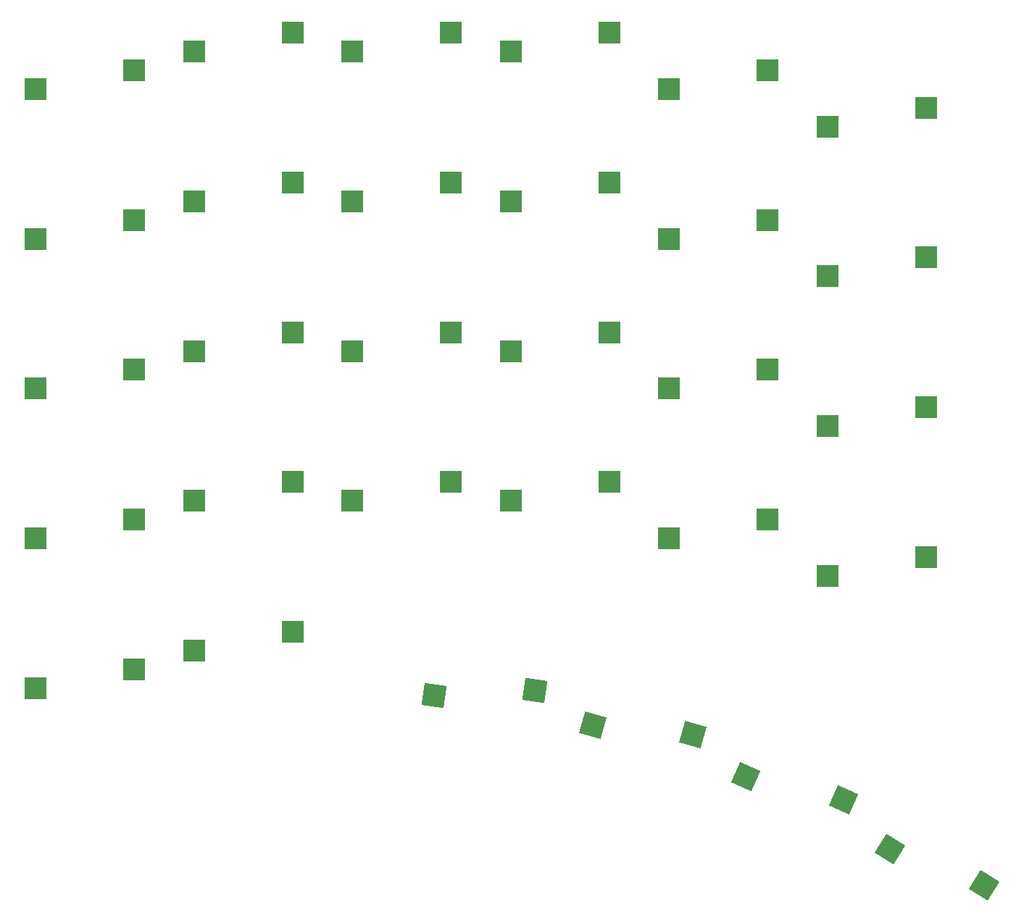
<source format=gbr>
%TF.GenerationSoftware,KiCad,Pcbnew,8.0.3*%
%TF.CreationDate,2024-06-13T00:20:47+02:00*%
%TF.ProjectId,protoeepyboard,70726f74-6f65-4657-9079-626f6172642e,1.0*%
%TF.SameCoordinates,Original*%
%TF.FileFunction,Paste,Top*%
%TF.FilePolarity,Positive*%
%FSLAX46Y46*%
G04 Gerber Fmt 4.6, Leading zero omitted, Abs format (unit mm)*
G04 Created by KiCad (PCBNEW 8.0.3) date 2024-06-13 00:20:47*
%MOMM*%
%LPD*%
G01*
G04 APERTURE LIST*
G04 Aperture macros list*
%AMRotRect*
0 Rectangle, with rotation*
0 The origin of the aperture is its center*
0 $1 length*
0 $2 width*
0 $3 Rotation angle, in degrees counterclockwise*
0 Add horizontal line*
21,1,$1,$2,0,0,$3*%
G04 Aperture macros list end*
%ADD10R,2.600000X2.600000*%
%ADD11RotRect,2.600000X2.600000X148.000000*%
%ADD12RotRect,2.600000X2.600000X164.000000*%
%ADD13RotRect,2.600000X2.600000X156.000000*%
%ADD14RotRect,2.600000X2.600000X172.000000*%
G04 APERTURE END LIST*
D10*
%TO.C,S24*%
X190800484Y-119040165D03*
X179250484Y-121240165D03*
%TD*%
%TO.C,S13*%
X135300479Y-92790168D03*
X123750479Y-94990168D03*
%TD*%
%TO.C,S26*%
X190800483Y-84040161D03*
X179250483Y-86240161D03*
%TD*%
%TO.C,S14*%
X135300485Y-75290169D03*
X123750485Y-77490169D03*
%TD*%
%TO.C,S17*%
X153800478Y-92790166D03*
X142250478Y-94990166D03*
%TD*%
%TO.C,S20*%
X172300480Y-114665163D03*
X160750480Y-116865163D03*
%TD*%
%TO.C,S23*%
X190800484Y-136540170D03*
X179250484Y-138740170D03*
%TD*%
%TO.C,S25*%
X190800483Y-101540165D03*
X179250483Y-103740165D03*
%TD*%
%TO.C,S18*%
X153800484Y-75290161D03*
X142250484Y-77490161D03*
%TD*%
%TO.C,S7*%
X116800484Y-127790168D03*
X105250484Y-129990168D03*
%TD*%
%TO.C,S1*%
X98300478Y-149665165D03*
X86750478Y-151865165D03*
%TD*%
%TO.C,S8*%
X116800480Y-110290167D03*
X105250480Y-112490167D03*
%TD*%
%TO.C,S15*%
X153800482Y-127790168D03*
X142250482Y-129990168D03*
%TD*%
%TO.C,S10*%
X116800480Y-75290159D03*
X105250480Y-77490159D03*
%TD*%
%TO.C,S6*%
X116800481Y-145290171D03*
X105250481Y-147490171D03*
%TD*%
D11*
%TO.C,S30*%
X197541010Y-174910384D03*
X186580232Y-170655523D03*
%TD*%
D10*
%TO.C,S5*%
X98300481Y-79665166D03*
X86750481Y-81865166D03*
%TD*%
%TO.C,S16*%
X153800480Y-110290168D03*
X142250480Y-112490168D03*
%TD*%
%TO.C,S12*%
X135300485Y-110290165D03*
X123750485Y-112490165D03*
%TD*%
%TO.C,S2*%
X98300480Y-132165169D03*
X86750480Y-134365169D03*
%TD*%
%TO.C,S9*%
X116800484Y-92790164D03*
X105250484Y-94990164D03*
%TD*%
%TO.C,S22*%
X172300483Y-79665169D03*
X160750483Y-81865169D03*
%TD*%
%TO.C,S11*%
X135300483Y-127790165D03*
X123750483Y-129990165D03*
%TD*%
%TO.C,S19*%
X172300483Y-132165168D03*
X160750483Y-134365168D03*
%TD*%
%TO.C,S21*%
X172300482Y-97165169D03*
X160750482Y-99365169D03*
%TD*%
D12*
%TO.C,S28*%
X163569739Y-157264099D03*
X151860766Y-156195264D03*
%TD*%
D10*
%TO.C,S4*%
X98300487Y-97165169D03*
X86750487Y-99365169D03*
%TD*%
%TO.C,S3*%
X98300478Y-114665165D03*
X86750478Y-116865165D03*
%TD*%
D13*
%TO.C,S29*%
X181172349Y-164899487D03*
X169726079Y-162211479D03*
%TD*%
D14*
%TO.C,S27*%
X145075797Y-152152835D03*
X133332020Y-152723975D03*
%TD*%
M02*

</source>
